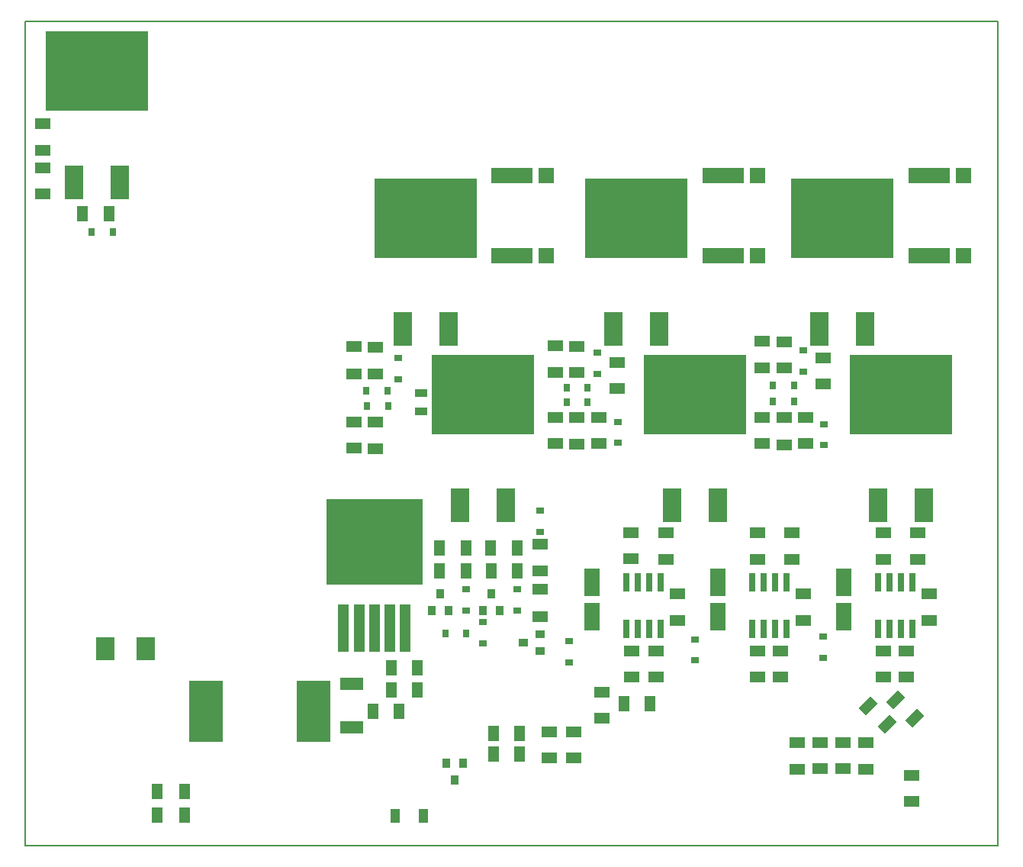
<source format=gbr>
G04 PROTEUS RS274X GERBER FILE*
%FSLAX45Y45*%
%MOMM*%
G01*
%ADD70R,4.572000X1.651000*%
%ADD71R,1.651000X1.651000*%
%ADD21R,1.803400X1.143000*%
%ADD22R,1.143000X5.207000*%
%ADD23R,10.744200X9.550400*%
%ADD24R,3.810000X6.858000*%
%ADD25R,2.540000X1.473200*%
%ADD26R,1.143000X1.803400*%
%ADD28R,0.635000X2.032000*%
%ADD29R,1.651000X3.048000*%
%ADD72R,0.889000X0.635000*%
%ADD73R,0.889000X1.016000*%
%ADD30R,1.016000X0.889000*%
%ADD31R,0.635000X0.889000*%
%ADD35R,1.447800X0.939800*%
%ADD36R,11.430000X8.890000*%
%ADD37R,2.032000X3.810000*%
%AMPPAD032*
4,1,4,
-0.233490,-1.041710,
-1.041710,-0.233490,
0.233490,1.041710,
1.041710,0.233490,
-0.233490,-1.041710,
0*%
%ADD38PPAD032*%
%ADD39R,2.032000X2.540000*%
%ADD40R,1.016000X1.524000*%
%ADD41C,0.203200*%
D70*
X+6667500Y+1016000D03*
X+6667500Y+127000D03*
D71*
X+7048500Y+127000D03*
X+7048500Y+1016000D03*
D70*
X+8953500Y+1016000D03*
X+8953500Y+127000D03*
D71*
X+9334500Y+127000D03*
X+9334500Y+1016000D03*
D70*
X+4318000Y+1016000D03*
X+4318000Y+127000D03*
D71*
X+4699000Y+127000D03*
X+4699000Y+1016000D03*
D21*
X+2565400Y-881100D03*
X+2565400Y-1181100D03*
X+2565400Y-1714500D03*
X+2565400Y-2004500D03*
D22*
X+2453640Y-4000500D03*
X+2623820Y-4000500D03*
X+2794000Y-4000500D03*
X+2964180Y-4000500D03*
X+3134360Y-4000500D03*
D23*
X+2794000Y-3048000D03*
D24*
X+2120900Y-4927600D03*
X+927100Y-4927600D03*
D25*
X+2540000Y-5102800D03*
X+2540000Y-4622800D03*
D26*
X+387842Y-6078500D03*
X+687842Y-6078500D03*
X+3274500Y-4445000D03*
X+2984500Y-4445000D03*
D21*
X+2806700Y-1714500D03*
X+2806700Y-2014500D03*
X+6032500Y-2948500D03*
X+6032500Y-3238500D03*
X+2806700Y-891100D03*
X+2806700Y-1181100D03*
X+5638800Y-2946400D03*
X+5638800Y-3236400D03*
D28*
X+5588000Y-4013200D03*
X+5715000Y-4013200D03*
X+5842000Y-4013200D03*
X+5969000Y-4013200D03*
X+5969000Y-3492500D03*
X+5842000Y-3492500D03*
X+5715000Y-3492500D03*
X+5588000Y-3492500D03*
X+6985000Y-4013200D03*
X+7112000Y-4013200D03*
X+7239000Y-4013200D03*
X+7366000Y-4013200D03*
X+7366000Y-3492500D03*
X+7239000Y-3492500D03*
X+7112000Y-3492500D03*
X+6985000Y-3492500D03*
X+8382000Y-4013200D03*
X+8509000Y-4013200D03*
X+8636000Y-4013200D03*
X+8763000Y-4013200D03*
X+8763000Y-3492500D03*
X+8636000Y-3492500D03*
X+8509000Y-3492500D03*
X+8382000Y-3492500D03*
D21*
X+7048500Y-2948500D03*
X+7048500Y-3238500D03*
D29*
X+5207000Y-3492500D03*
X+5207000Y-3873500D03*
X+6604000Y-3492500D03*
X+6604000Y-3873500D03*
X+8001000Y-3492500D03*
X+8001000Y-3873500D03*
D72*
X+4953000Y-4381500D03*
X+4953000Y-4146550D03*
X+6350000Y-4362450D03*
X+6350000Y-4127500D03*
X+7778750Y-4330700D03*
X+7778750Y-4095750D03*
D21*
X+6159500Y-3619500D03*
X+6159500Y-3919500D03*
X+7556500Y-3619500D03*
X+7556500Y-3919500D03*
X+8953500Y-3619500D03*
X+8953500Y-3919500D03*
X+7429500Y-2948500D03*
X+7429500Y-3238500D03*
X+8445500Y-2948500D03*
X+8445500Y-3238500D03*
X+8826500Y-2948500D03*
X+8826500Y-3238500D03*
X+5651500Y-4544500D03*
X+5651500Y-4254500D03*
X+5923000Y-4544500D03*
X+5923000Y-4254500D03*
X+7048500Y-4544500D03*
X+7048500Y-4254500D03*
X+5486400Y-1054100D03*
X+5486400Y-1344100D03*
X+4800600Y-1665062D03*
X+4800600Y-1955062D03*
X+5283200Y-1663700D03*
X+5283200Y-1953700D03*
X+5041900Y-875562D03*
X+5041900Y-1165562D03*
X+4800600Y-867662D03*
X+4800600Y-1167662D03*
X+5041900Y-1662962D03*
X+5041900Y-1962962D03*
X+7099300Y-1117600D03*
X+7099300Y-817600D03*
X+7340600Y-1668500D03*
X+7340600Y-1968500D03*
X+7772400Y-1003300D03*
X+7772400Y-1293300D03*
X+7099300Y-1665800D03*
X+7099300Y-1955800D03*
X+7581900Y-1663700D03*
X+7581900Y-1953700D03*
X+7340600Y-825500D03*
X+7340600Y-1115500D03*
D73*
X+3522980Y-3619500D03*
X+3429000Y-3810000D03*
X+3616960Y-3810000D03*
X+4094480Y-3619500D03*
X+4000500Y-3810000D03*
X+4188460Y-3810000D03*
D30*
X+4445000Y-4160520D03*
X+4635500Y-4254500D03*
X+4635500Y-4066540D03*
D72*
X+3810000Y-3575050D03*
X+3810000Y-3810000D03*
D31*
X+3581400Y-4064000D03*
X+3816350Y-4064000D03*
D72*
X+4381500Y-3575050D03*
X+4381500Y-3810000D03*
X+4000500Y-3937000D03*
X+4000500Y-4171950D03*
D26*
X+3520000Y-3365500D03*
X+3810000Y-3365500D03*
X+3520000Y-3111500D03*
X+3810000Y-3111500D03*
X+4381500Y-3365500D03*
X+4091500Y-3365500D03*
D21*
X+4635500Y-3075500D03*
X+4635500Y-3365500D03*
X+4635500Y-3873500D03*
X+4635500Y-3573500D03*
D26*
X+4381500Y-3111500D03*
X+4081500Y-3111500D03*
D21*
X+8699500Y-4544500D03*
X+8699500Y-4254500D03*
X+8245500Y-5570500D03*
X+8245500Y-5270500D03*
X+7483500Y-5570499D03*
X+7483500Y-5270500D03*
X+7302500Y-4544500D03*
X+7302500Y-4254500D03*
X+8445500Y-4544500D03*
X+8445500Y-4254500D03*
X+8753500Y-5635301D03*
X+8753500Y-5925301D03*
X+7991500Y-5270500D03*
X+7991500Y-5560500D03*
X+7737500Y-5270500D03*
X+7737500Y-5560500D03*
D35*
X+3314700Y-1395119D03*
X+3314700Y-1595119D03*
D36*
X+3365500Y+546100D03*
D37*
X+3111500Y-685800D03*
X+3619500Y-685800D03*
D36*
X+4000500Y-1409700D03*
D37*
X+3746500Y-2641600D03*
X+4254500Y-2641600D03*
D36*
X+5702300Y+546100D03*
D37*
X+5448300Y-685800D03*
X+5956300Y-685800D03*
D36*
X+6350000Y-1409700D03*
D37*
X+6096000Y-2641600D03*
X+6604000Y-2641600D03*
D36*
X+7988300Y+546100D03*
D37*
X+7734300Y-685800D03*
X+8242300Y-685800D03*
D36*
X+8636000Y-1409700D03*
D37*
X+8382000Y-2641600D03*
X+8890000Y-2641600D03*
D26*
X+3274500Y-4686300D03*
X+2984500Y-4686300D03*
X+2781300Y-4927600D03*
X+3071300Y-4927600D03*
X+385800Y-5816600D03*
X+685800Y-5816600D03*
D72*
X+4635500Y-2933700D03*
X+4635500Y-2698750D03*
X+3060700Y-1244600D03*
X+3060700Y-1009650D03*
X+5270500Y-1181100D03*
X+5270500Y-946150D03*
X+5499100Y-1949450D03*
X+5499100Y-1714500D03*
X+7556500Y-1155700D03*
X+7556500Y-920750D03*
X+7785100Y-1974850D03*
X+7785100Y-1739900D03*
D38*
X+8788400Y-5003800D03*
X+8583339Y-4798739D03*
X+8483600Y-5067300D03*
X+8278539Y-4862239D03*
D21*
X+4737100Y-5156200D03*
X+4737100Y-5446200D03*
X+5003800Y-5156200D03*
X+5003800Y-5446200D03*
D26*
X+5562600Y-4838700D03*
X+5852600Y-4838700D03*
D21*
X+5321300Y-5001700D03*
X+5321300Y-4711700D03*
D36*
X-288358Y+2174307D03*
D37*
X-542358Y+942407D03*
X-34358Y+942407D03*
D73*
X+3688080Y-5689600D03*
X+3782060Y-5499100D03*
X+3594100Y-5499100D03*
D26*
X-442400Y+596900D03*
X-152400Y+596900D03*
X+4116900Y-5168900D03*
X+4406900Y-5168900D03*
D21*
X-889000Y+1104900D03*
X-889000Y+814900D03*
X-889000Y+1595400D03*
X-889000Y+1295400D03*
D39*
X-187960Y-4229100D03*
X+254000Y-4229100D03*
D40*
X+3340100Y-6083300D03*
X+3025140Y-6083300D03*
D31*
X-342900Y+393700D03*
X-107950Y+393700D03*
D26*
X+4116900Y-5397500D03*
X+4406900Y-5397500D03*
D31*
X+2705100Y-1371600D03*
X+2940050Y-1371600D03*
X+2946400Y-1536700D03*
X+2711450Y-1536700D03*
X+4927600Y-1499338D03*
X+5162550Y-1499338D03*
X+5162550Y-1334238D03*
X+4927600Y-1334238D03*
X+7219950Y-1308100D03*
X+7454900Y-1308100D03*
X+7454900Y-1485900D03*
X+7219950Y-1485900D03*
D41*
X-1079500Y-6413500D02*
X+9715500Y-6413500D01*
X+9715500Y+2730500D01*
X-1079500Y+2730500D01*
X-1079500Y-6413500D01*
M02*

</source>
